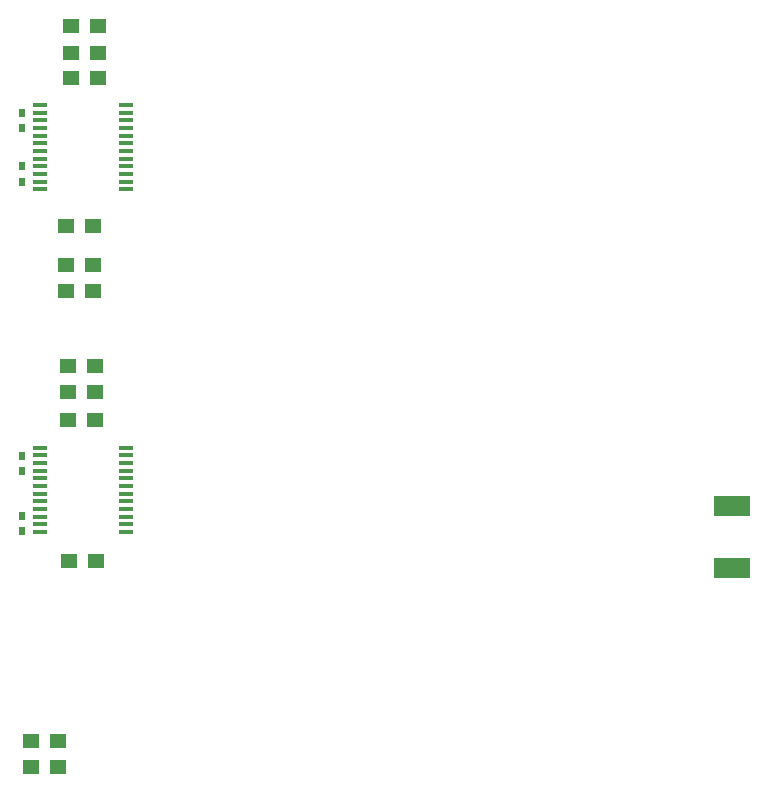
<source format=gbr>
G04 DesignSpark PCB Gerber Version 10.0 Build 5299*
G04 #@! TF.Part,Single*
G04 #@! TF.FileFunction,Paste,Top*
G04 #@! TF.FilePolarity,Positive*
%FSLAX35Y35*%
%MOIN*%
G04 #@! TA.AperFunction,SMDPad,CuDef*
%ADD90R,0.02400X0.03100*%
%ADD89R,0.04521X0.01175*%
%ADD91R,0.05600X0.05100*%
%ADD92R,0.12002X0.06608*%
G04 #@! TD.AperFunction*
X0Y0D02*
D02*
D89*
X60639Y133080D03*
Y135639D03*
Y138198D03*
Y140757D03*
Y143317D03*
Y145876D03*
Y148435D03*
Y150994D03*
Y153553D03*
Y156112D03*
Y158671D03*
Y161230D03*
Y247332D03*
Y249891D03*
Y252450D03*
Y255009D03*
Y257569D03*
Y260128D03*
Y262687D03*
Y265246D03*
Y267805D03*
Y270364D03*
Y272923D03*
Y275482D03*
X89183Y133080D03*
Y135639D03*
Y138198D03*
Y140757D03*
Y143317D03*
Y145876D03*
Y148435D03*
Y150994D03*
Y153553D03*
Y156112D03*
Y158671D03*
Y161230D03*
Y247332D03*
Y249891D03*
Y252450D03*
Y255009D03*
Y257569D03*
Y260128D03*
Y262687D03*
Y265246D03*
Y267805D03*
Y270364D03*
Y272923D03*
Y275482D03*
D02*
D90*
X54586Y249871D03*
Y254971D03*
X54635Y267833D03*
Y272933D03*
X54734Y133286D03*
Y138386D03*
Y153463D03*
Y158563D03*
D02*
D91*
X57616Y54635D03*
Y63494D03*
X66616Y54635D03*
Y63494D03*
X69427Y213592D03*
Y221958D03*
Y235246D03*
X69919Y170285D03*
Y179635D03*
Y188494D03*
X70411Y123533D03*
X70903Y292824D03*
Y301683D03*
X71084Y284458D03*
X78427Y213592D03*
Y221958D03*
Y235246D03*
X78919Y170285D03*
Y179635D03*
Y188494D03*
X79411Y123533D03*
X79903Y292824D03*
Y301683D03*
X80084Y284458D03*
D02*
D92*
X291446Y121112D03*
Y141702D03*
X0Y0D02*
M02*

</source>
